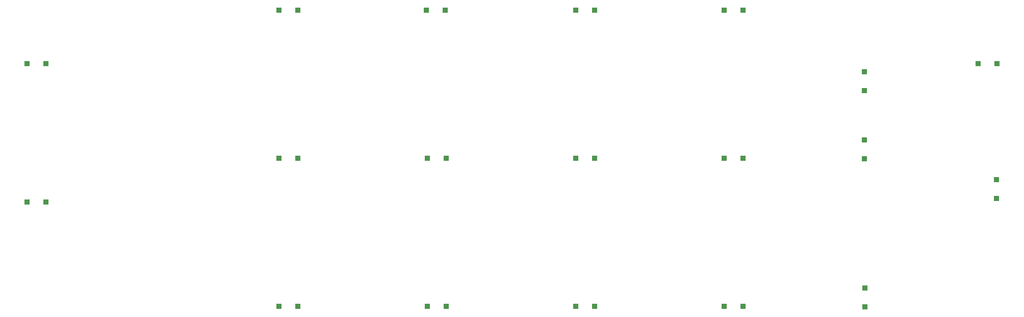
<source format=gbr>
%TF.GenerationSoftware,KiCad,Pcbnew,(5.1.9)-1*%
%TF.CreationDate,2021-03-17T19:25:06-04:00*%
%TF.ProjectId,DSKY_keyboard,44534b59-5f6b-4657-9962-6f6172642e6b,1.0*%
%TF.SameCoordinates,Original*%
%TF.FileFunction,Paste,Top*%
%TF.FilePolarity,Positive*%
%FSLAX46Y46*%
G04 Gerber Fmt 4.6, Leading zero omitted, Abs format (unit mm)*
G04 Created by KiCad (PCBNEW (5.1.9)-1) date 2021-03-17 19:25:06*
%MOMM*%
%LPD*%
G01*
G04 APERTURE LIST*
%ADD10R,0.900000X0.950000*%
%ADD11R,0.950000X0.900000*%
G04 APERTURE END LIST*
D10*
%TO.C,D16*%
X131203500Y-111506000D03*
X134353500Y-111506000D03*
%TD*%
%TO.C,D8*%
X67932500Y-94107000D03*
X64782500Y-94107000D03*
%TD*%
%TO.C,D1*%
X64782500Y-71120000D03*
X67932500Y-71120000D03*
%TD*%
%TO.C,D2*%
X106565500Y-62230000D03*
X109715500Y-62230000D03*
%TD*%
%TO.C,D3*%
X134226500Y-62230000D03*
X131076500Y-62230000D03*
%TD*%
%TO.C,D4*%
X155841500Y-62230000D03*
X158991500Y-62230000D03*
%TD*%
%TO.C,D5*%
X183629500Y-62230000D03*
X180479500Y-62230000D03*
%TD*%
D11*
%TO.C,D6*%
X203771500Y-75616000D03*
X203771500Y-72466000D03*
%TD*%
D10*
%TO.C,D7*%
X222643500Y-71120000D03*
X225793500Y-71120000D03*
%TD*%
%TO.C,D9*%
X109715500Y-86868000D03*
X106565500Y-86868000D03*
%TD*%
%TO.C,D10*%
X131203500Y-86868000D03*
X134353500Y-86868000D03*
%TD*%
%TO.C,D11*%
X158991500Y-86868000D03*
X155841500Y-86868000D03*
%TD*%
%TO.C,D12*%
X180479500Y-86868000D03*
X183629500Y-86868000D03*
%TD*%
D11*
%TO.C,D13*%
X203771500Y-83769000D03*
X203771500Y-86919000D03*
%TD*%
%TO.C,D14*%
X225742500Y-93523000D03*
X225742500Y-90373000D03*
%TD*%
D10*
%TO.C,D15*%
X106565500Y-111506000D03*
X109715500Y-111506000D03*
%TD*%
%TO.C,D17*%
X158991500Y-111506000D03*
X155841500Y-111506000D03*
%TD*%
%TO.C,D18*%
X183629500Y-111506000D03*
X180479500Y-111506000D03*
%TD*%
D11*
%TO.C,D19*%
X203898500Y-108407000D03*
X203898500Y-111557000D03*
%TD*%
M02*

</source>
